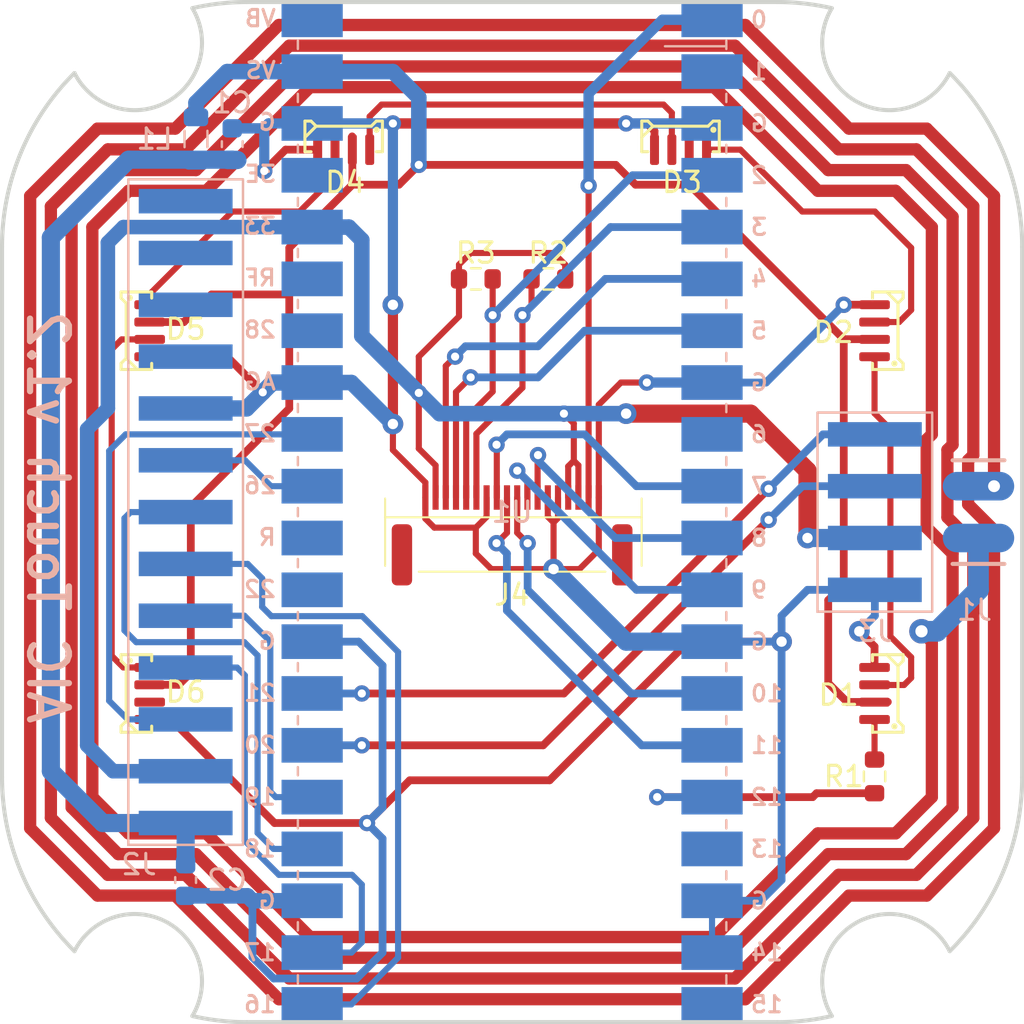
<source format=kicad_pcb>
(kicad_pcb (version 20221018) (generator pcbnew)
  (title_block (title "AIC Pico with PN5180"))
  (layers (0 "F.Cu" signal) (31 "B.Cu" signal) (34 "B.Paste" user) (35 "F.Paste" user) (36 "B.SilkS" user "B.Silkscreen") (37 "F.SilkS" user "F.Silkscreen") (38 "B.Mask" user) (39 "F.Mask" user) (44 "Edge.Cuts" user))
  (net 0 "")
  (net 1 "+5V")
  (net 2 "GND")
  (net 3 "+3V3")
  (net 4 "Net-(D1-In)")
  (net 5 "Net-(D1-Out)")
  (net 6 "Net-(D2-Out)")
  (net 7 "/RGB")
  (net 8 "Net-(D5-Out)")
  (net 10 "/LEDK")
  (net 11 "/D{slash}C")
  (net 12 "/CS")
  (net 13 "/SCK")
  (net 14 "/SDA")
  (net 15 "/RST")
  (net 16 "/TP_SCL")
  (net 17 "/TP_SDA")
  (net 18 "/TP_RST")
  (net 20 "/TP_INT")
  (net 22 "Net-(J3-SDA)")
  (net 23 "Net-(J3-SCL)")
  (net 27 "Net-(J2-5V)")
  (net 28 "/ANT")
  (net 29 "Net-(J2-RST)")
  (net 30 "Net-(J2-NSS)")
  (net 31 "Net-(J2-MOSI)")
  (net 32 "Net-(J2-MISO)")
  (net 33 "Net-(J2-SCK)")
  (net 34 "Net-(J2-BUSY)")
  (net 39 "unconnected-(U1-GPIO6-Pad9)")
  (net 43 "Net-(D3-Out)")
  (net 44 "Net-(D4-Out)")
  (footprint "aic_pico:WS2812B-4020" (layer "F.Cu") (at 127.065 94.985)
    (fp_text reference "D4")
    (fp_text value "WS2812B_Unified")
  )
  (footprint "aic_pico:WS2812B-4020" (layer "F.Cu") (at 116.905 104.51 90)
    (fp_text reference "D5")
    (fp_text value "WS2812B_Unified")
  )
  (footprint "Resistor_SMD:R_0603_1608Metric" (layer "F.Cu") (at 137.098 101.97)
    (fp_text reference "R2")
    (fp_text value "2K")
  )
  (footprint "aic_pico:WS2812B-4020" (layer "F.Cu") (at 143.575 94.985)
    (fp_text reference "D3")
    (fp_text value "WS2812B_Unified")
  )
  (footprint "aic_pico:WS2812B-4020" (layer "F.Cu") (at 153.735 122.29 -90)
    (fp_text reference "D1")
    (fp_text value "WS2812B_Unified")
  )
  (footprint "Resistor_SMD:R_0603_1608Metric" (layer "F.Cu") (at 153.085 126.354 -90)
    (fp_text reference "R1")
    (fp_text value "10" hide)
  )
  (footprint "Resistor_SMD:R_0603_1608Metric" (layer "F.Cu") (at 133.542 101.97 180)
    (fp_text reference "R3")
    (fp_text value "2K")
  )
  (footprint "aic_pico:FPC-0.5-1.0H-18P" (layer "F.Cu") (at 135.32 114.035)
    (fp_text reference "J4")
    (fp_text value "Display" hide)
  )
  (footprint "aic_pico:WS2812B-4020" (layer "F.Cu") (at 116.905 122.29 90)
    (fp_text reference "D6")
    (fp_text value "WS2812B_Unified")
  )
  (footprint "aic_pico:WS2812B-4020" (layer "F.Cu") (at 153.735 104.51 -90)
    (fp_text reference "D2")
    (fp_text value "WS2812B_Unified")
  )
  (footprint "Capacitor_SMD:C_0603_1608Metric" (layer "B.Cu") (at 119.318 131.434 -90)
    (fp_text reference "C2")
    (fp_text value "10uF" hide)
  )
  (footprint "aic_pico:ANT_2P" (layer "B.Cu") (at 158.18 113.4)
    (fp_text reference "J1")
    (fp_text value "Antenna" hide)
  )
  (footprint "aic_pico:RPi_Pico_SMD_No_USB" (layer "B.Cu") (at 135.32 113.4 180)
    (fp_text reference "U1")
    (fp_text value "Pico")
  )
  (footprint "Inductor_SMD:L_0805_2012Metric" (layer "B.Cu") (at 119.826 95.112 -90)
    (fp_text reference "L1")
    (fp_text value "100nH" hide)
  )
  (footprint "aic_pico:pn5180_conn" (layer "B.Cu") (at 119.32 113.4)
    (fp_text reference "J2")
    (fp_text value "PN5180" hide)
  )
  (footprint "aic_pico:pn532_conn" (layer "B.Cu") (at 153.1 113.4)
    (fp_text reference "J3")
    (fp_text value "PN532" hide)
  )
  (footprint "Capacitor_SMD:C_0603_1608Metric" (layer "B.Cu") (at 121.604 95.366 90)
    (fp_text reference "C1")
    (fp_text value "0.1uF" hide)
  )
  (gr_line (start 148.32 138.399999) (end 122.32 138.399999) (stroke (width 0.2)) (layer "Edge.Cuts"))
  (gr_line (start 160.32 126.399999) (end 160.32 100.399999) (stroke (width 0.2)) (layer "Edge.Cuts"))
  (gr_arc (start 119.649044 88.701025) (mid 118.410332 93.29151) (end 113.870189 91.879395) (stroke (width 0.2)) (layer "Edge.Cuts"))
  (gr_arc (start 150.990956 138.098973) (mid 152.229668 133.508486) (end 156.769811 134.920603) (stroke (width 0.2)) (layer "Edge.Cuts"))
  (gr_arc (start 110.32 100.399999) (mid 111.243048 95.784684) (end 113.870189 91.879395) (stroke (width 0.2)) (layer "Edge.Cuts"))
  (gr_arc (start 113.870189 134.920603) (mid 111.243048 131.015314) (end 110.32 126.399999) (stroke (width 0.2)) (layer "Edge.Cuts"))
  (gr_arc (start 122.32 138.399999) (mid 120.976067 138.324505) (end 119.649044 138.098973) (stroke (width 0.2)) (layer "Edge.Cuts"))
  (gr_arc (start 156.769811 91.879395) (mid 159.396952 95.784684) (end 160.32 100.399999) (stroke (width 0.2)) (layer "Edge.Cuts"))
  (gr_arc (start 160.32 126.399999) (mid 159.396952 131.015314) (end 156.769811 134.920603) (stroke (width 0.2)) (layer "Edge.Cuts"))
  (gr_arc (start 156.769811 91.879395) (mid 152.229668 93.291511) (end 150.990956 88.701025) (stroke (width 0.2)) (layer "Edge.Cuts"))
  (gr_arc (start 150.990956 138.098973) (mid 149.663933 138.324505) (end 148.32 138.399999) (stroke (width 0.2)) (layer "Edge.Cuts"))
  (gr_arc (start 113.870189 134.920603) (mid 118.410332 133.508487) (end 119.649044 138.098973) (stroke (width 0.2)) (layer "Edge.Cuts"))
  (gr_line (start 148.32 88.399999) (end 122.32 88.399999) (stroke (width 0.2)) (layer "Edge.Cuts"))
  (gr_line (start 110.32 126.399999) (end 110.32 100.399999) (stroke (width 0.2)) (layer "Edge.Cuts"))
  (gr_arc (start 148.32 88.399999) (mid 149.663933 88.475493) (end 150.990956 88.701025) (stroke (width 0.2)) (layer "Edge.Cuts"))
  (gr_arc (start 119.649044 88.701025) (mid 120.976067 88.475493) (end 122.32 88.399999) (stroke (width 0.2)) (layer "Edge.Cuts"))
  (gr_text "AIC Touch v1.2" (at 111.444 113.654 -90) (layer "B.SilkS") (effects (font (size 1.905 1.778) (thickness 0.3048) bold) (justify bottom mirror)))
  (segment (start 127.48 94.985) (end 127.48 95.784228) (width 0.381) (layer "F.Cu") (net 1))
  (segment (start 150.814 121.782) (end 151.737 122.705) (width 0.381) (layer "F.Cu") (net 1))
  (segment (start 124.398 108.32) (end 119.572 113.146) (width 0.381) (layer "F.Cu") (net 1))
  (segment (start 151.737 122.705) (end 153.735 122.705) (width 0.381) (layer "F.Cu") (net 1))
  (segment (start 127.49 97.354) (end 124.398 100.446) (width 0.381) (layer "F.Cu") (net 1))
  (segment (start 151.576 104.925) (end 153.075 104.925) (width 0.381) (layer "F.Cu") (net 1))
  (segment (start 144.005 97.354) (end 151.576 104.925) (width 0.381) (layer "F.Cu") (net 1))
  (segment (start 144 97.354) (end 141.372 97.354) (width 0.381) (layer "F.Cu") (net 1))
  (segment (start 117.555 104.085) (end 119.235 104.085) (width 0.381) (layer "F.Cu") (net 1))
  (segment (start 127.49 95.635) (end 127.49 97.354) (width 0.381) (layer "F.Cu") (net 1))
  (segment (start 140.4 96.382) (end 130.748 96.382) (width 0.381) (layer "F.Cu") (net 1))
  (segment (start 119.572 113.146) (end 119.572 121.274) (width 0.381) (layer "F.Cu") (net 1))
  (segment (start 129.776 97.354) (end 130.748 96.382) (width 0.381) (layer "F.Cu") (net 1))
  (segment (start 153.075 104.925) (end 153.085 104.935) (width 0.381) (layer "F.Cu") (net 1))
  (segment (start 150.814 117.718) (end 150.814 121.782) (width 0.381) (layer "F.Cu") (net 1))
  (segment (start 151.576 116.956) (end 150.814 117.718) (width 0.381) (layer "F.Cu") (net 1))
  (segment (start 118.981 121.865) (end 117.555 121.865) (width 0.381) (layer "F.Cu") (net 1))
  (segment (start 141.372 97.354) (end 140.4 96.382) (width 0.381) (layer "F.Cu") (net 1))
  (segment (start 119.235 104.085) (end 120.588 102.732) (width 0.381) (layer "F.Cu") (net 1))
  (segment (start 144 95.635) (end 144 97.354) (width 0.381) (layer "F.Cu") (net 1))
  (segment (start 124.398 102.732) (end 124.398 108.32) (width 0.381) (layer "F.Cu") (net 1))
  (segment (start 127.49 97.354) (end 129.776 97.354) (width 0.381) (layer "F.Cu") (net 1))
  (segment (start 151.576 104.925) (end 151.576 116.956) (width 0.381) (layer "F.Cu") (net 1))
  (segment (start 124.398 100.446) (end 124.398 102.732) (width 0.381) (layer "F.Cu") (net 1))
  (segment (start 120.588 102.732) (end 124.398 102.732) (width 0.381) (layer "F.Cu") (net 1))
  (segment (start 119.572 121.274) (end 118.981 121.865) (width 0.381) (layer "F.Cu") (net 1))
  (via (at 130.748 96.382) (size 0.8) (drill 0.4) (layers "F.Cu" "B.Cu") (net 1))
  (segment (start 121.35 91.81) (end 119.826 93.334) (width 0.762) (layer "B.Cu") (net 1))
  (segment (start 119.826 93.334) (end 119.826 94.0495) (width 0.762) (layer "B.Cu") (net 1))
  (segment (start 130.748 96.382) (end 130.748 93.08) (width 0.762) (layer "B.Cu") (net 1))
  (segment (start 125.52 91.81) (end 121.35 91.81) (width 0.762) (layer "B.Cu") (net 1))
  (segment (start 129.478 91.81) (end 125.52 91.81) (width 0.762) (layer "B.Cu") (net 1))
  (segment (start 130.748 93.08) (end 129.478 91.81) (width 0.762) (layer "B.Cu") (net 1))
  (segment (start 131.07 112.685) (end 131.07 113.722) (width 0.3) (layer "F.Cu") (net 2))
  (segment (start 129.478 110.356) (end 129.478 109.082) (width 0.3) (layer "F.Cu") (net 2))
  (segment (start 140.908 94.35) (end 129.478 94.35) (width 0.508) (layer "F.Cu") (net 2))
  (segment (start 137.07 112.685) (end 137.07 113.626) (width 0.3) (layer "F.Cu") (net 2))
  (segment (start 121.35 105.78) (end 123.098 107.528) (width 0.381) (layer "F.Cu") (net 2))
  (segment (start 134.304 116.194) (end 137.352 116.194) (width 0.3) (layer "F.Cu") (net 2))
  (segment (start 117.555 105.785) (end 117.56 105.78) (width 0.381) (layer "F.Cu") (net 2))
  (segment (start 137.57 113.69) (end 137.352 113.908) (width 0.3) (layer "F.Cu") (net 2))
  (segment (start 137.07 113.626) (end 137.352 113.908) (width 0.3) (layer "F.Cu") (net 2))
  (segment (start 117.56 105.78) (end 121.35 105.78) (width 0.381) (layer "F.Cu") (net 2))
  (segment (start 128.208 128.64) (end 123.677 128.64) (width 0.381) (layer "F.Cu") (net 2))
  (segment (start 151.576 103.24) (end 151.581 103.235) (width 0.381) (layer "F.Cu") (net 2))
  (segment (start 143.956 119.75) (end 137.161 126.545) (width 0.381) (layer "F.Cu") (net 2))
  (segment (start 152.338 119.242) (end 153.085 119.989) (width 0.381) (layer "F.Cu") (net 2))
  (segment (start 133.542 115.432) (end 134.304 116.194) (width 0.3) (layer "F.Cu") (net 2))
  (segment (start 131.07 112.685) (end 131.07 111.948) (width 0.3) (layer "F.Cu") (net 2))
  (segment (start 123.1725 96.6805) (end 124.218 95.635) (width 0.381) (layer "F.Cu") (net 2))
  (segment (start 141.924 94.35) (end 142.3 94.726) (width 0.381) (layer "F.Cu") (net 2))
  (segment (start 151.581 103.235) (end 153.085 103.235) (width 0.381) (layer "F.Cu") (net 2))
  (segment (start 139.57 112.685) (end 139.57 108.134) (width 0.3) (layer "F.Cu") (net 2))
  (segment (start 118.602 123.565) (end 117.555 123.565) (width 0.381) (layer "F.Cu") (net 2))
  (segment (start 124.218 95.635) (end 125.79 95.635) (width 0.381) (layer "F.Cu") (net 2))
  (segment (start 130.303 126.545) (end 128.208 128.64) (width 0.381) (layer "F.Cu") (net 2))
  (segment (start 139.57 108.134) (end 140.654 107.05) (width 0.3) (layer "F.Cu") (net 2))
  (segment (start 142.3 94.726) (end 142.3 95.635) (width 0.381) (layer "F.Cu") (net 2))
  (segment (start 139.57 112.685) (end 139.57 115.246) (width 0.3) (layer "F.Cu") (net 2))
  (segment (start 153.085 119.989) (end 153.085 121.015) (width 0.381) (layer "F.Cu") (net 2))
  (segment (start 137.352 113.908) (end 137.352 116.194) (width 0.3) (layer "F.Cu") (net 2))
  (segment (start 129.478 109.082) (end 129.478 103.24) (width 0.5) (layer "F.Cu") (net 2))
  (segment (start 131.07 113.722) (end 131.51 114.162) (width 0.3) (layer "F.Cu") (net 2))
  (segment (start 123.677 128.64) (end 118.602 123.565) (width 0.381) (layer "F.Cu") (net 2))
  (segment (start 137.161 126.545) (end 130.303 126.545) (width 0.381) (layer "F.Cu") (net 2))
  (segment (start 134.07 113.634) (end 134.07 112.685) (width 0.3) (layer "F.Cu") (net 2))
  (segment (start 133.542 114.162) (end 134.07 113.634) (width 0.3) (layer "F.Cu") (net 2))
  (segment (start 148.528 119.75) (end 143.956 119.75) (width 0.381) (layer "F.Cu") (net 2))
  (segment (start 138.622 116.194) (end 137.352 116.194) (width 0.3) (layer "F.Cu") (net 2))
  (segment (start 131.51 114.162) (end 133.542 114.162) (width 0.3) (layer "F.Cu") (net 2))
  (segment (start 137.57 112.685) (end 137.57 113.69) (width 0.3) (layer "F.Cu") (net 2))
  (segment (start 140.908 94.35) (end 141.924 94.35) (width 0.381) (layer "F.Cu") (net 2))
  (segment (start 139.57 115.246) (end 138.622 116.194) (width 0.3) (layer "F.Cu") (net 2))
  (segment (start 133.542 114.162) (end 133.542 115.432) (width 0.3) (layer "F.Cu") (net 2))
  (segment (start 140.654 107.05) (end 141.924 107.05) (width 0.3) (layer "F.Cu") (net 2))
  (segment (start 131.07 111.948) (end 129.478 110.356) (width 0.3) (layer "F.Cu") (net 2))
  (via (at 137.352 116.194) (size 1.016) (drill 0.508) (layers "F.Cu" "B.Cu") (net 2))
  (via (at 129.478 109.082) (size 1.016) (drill 0.508) (layers "F.Cu" "B.Cu") (net 2))
  (via (at 140.908 94.35) (size 0.8) (drill 0.4) (layers "F.Cu" "B.Cu") (net 2))
  (via (at 123.1725 96.6805) (size 0.8) (drill 0.4) (layers "F.Cu" "B.Cu") (net 2))
  (via (at 141.924 107.05) (size 0.8) (drill 0.4) (layers "F.Cu" "B.Cu") (net 2))
  (via (at 128.208 128.64) (size 0.8) (drill 0.4) (layers "F.Cu" "B.Cu") (net 2))
  (via (at 129.478 94.35) (size 0.8) (drill 0.4) (layers "F.Cu" "B.Cu") (net 2))
  (via (at 151.576 103.24) (size 0.8) (drill 0.4) (layers "F.Cu" "B.Cu") (net 2))
  (via (at 123.098 107.528) (size 0.8) (drill 0.4) (layers "F.Cu" "B.Cu") (net 2))
  (via (at 152.338 119.242) (size 1.016) (drill 0.508) (layers "F.Cu" "B.Cu") (net 2))
  (via (at 129.478 103.24) (size 1.016) (drill 0.508) (layers "F.Cu" "B.Cu") (net 2))
  (via (at 148.528 119.75) (size 1.016) (drill 0.508) (layers "F.Cu" "B.Cu") (net 2))
  (segment (start 147.512 132.45) (end 145.12 132.45) (width 0.381) (layer "B.Cu") (net 2))
  (segment (start 128.97 134.99) (end 127.7 136.26) (width 0.381) (layer "B.Cu") (net 2))
  (segment (start 140.908 94.35) (end 145.12 94.35) (width 0.508) (layer "B.Cu") (net 2))
  (segment (start 122.594 132.45) (end 122.353 132.209) (width 0.762) (layer "B.Cu") (net 2))
  (segment (start 123.1725 96.6805) (end 123.1725 94.5595) (width 0.5) (layer "B.Cu") (net 2))
  (segment (start 148.528 119.75) (end 148.528 118.48) (width 0.381) (layer "B.Cu") (net 2))
  (segment (start 147.766 107.05) (end 145.12 107.05) (width 0.381) (layer "B.Cu") (net 2))
  (segment (start 151.576 103.24) (end 147.766 107.05) (width 0.381) (layer "B.Cu") (net 2))
  (segment (start 123.1725 94.5595) (end 123.382 94.35) (width 0.5) (layer "B.Cu") (net 2))
  (segment (start 153.1 118.48) (end 153.1 117.21) (width 0.381) (layer "B.Cu") (net 2))
  (segment (start 148.528 131.434) (end 147.512 132.45) (width 0.381) (layer "B.Cu") (net 2))
  (segment (start 128.97 127.878) (end 128.97 120.9185) (width 0.381) (layer "B.Cu") (net 2))
  (segment (start 145.12 107.05) (end 141.924 107.05) (width 0.5) (layer "B.Cu") (net 2))
  (segment (start 123.382 94.35) (end 123.141 94.591) (width 0.508) (layer "B.Cu") (net 2))
  (segment (start 123.636 136.26) (end 122.594 135.218) (width 0.381) (layer "B.Cu") (net 2))
  (segment (start 145.12 119.75) (end 148.528 119.75) (width 0.381) (layer "B.Cu") (net 2))
  (segment (start 148.528 119.75) (end 148.528 131.434) (width 0.381) (layer "B.Cu") (net 2))
  (segment (start 123.382 94.35) (end 125.52 94.35) (width 0.5) (layer "B.Cu") (net 2))
  (segment (start 125.52 132.45) (end 122.594 132.45) (width 0.762) (layer "B.Cu") (net 2))
  (segment (start 137.352 116.194) (end 140.908 119.75) (width 0.889) (layer "B.Cu") (net 2))
  (segment (start 128.208 128.64) (end 128.97 127.878) (width 0.381) (layer "B.Cu") (net 2))
  (segment (start 129.478 103.24) (end 129.478 94.35) (width 0.5) (layer "B.Cu") (net 2))
  (segment (start 140.908 119.75) (end 145.12 119.75) (width 0.889) (layer "B.Cu") (net 2))
  (segment (start 127.7 136.26) (end 123.636 136.26) (width 0.381) (layer "B.Cu") (net 2))
  (segment (start 129.478 94.35) (end 125.52 94.35) (width 0.508) (layer "B.Cu") (net 2))
  (segment (start 149.798 117.21) (end 153.1 117.21) (width 0.381) (layer "B.Cu") (net 2))
  (segment (start 128.97 120.9185) (end 127.8015 119.75) (width 0.381) (layer "B.Cu") (net 2))
  (segment (start 145.12 134.99) (end 145.12 132.45) (width 0.3) (layer "B.Cu") (net 2))
  (segment (start 123.576 107.05) (end 125.52 107.05) (width 0.8) (layer "B.Cu") (net 2))
  (segment (start 127.446 107.05) (end 125.52 107.05) (width 0.762) (layer "B.Cu") (net 2))
  (segment (start 129.478 109.082) (end 127.446 107.05) (width 0.762) (layer "B.Cu") (net 2))
  (segment (start 128.208 128.64) (end 128.97 129.402) (width 0.381) (layer "B.Cu") (net 2))
  (segment (start 127.8015 119.75) (end 125.52 119.75) (width 0.381) (layer "B.Cu") (net 2))
  (segment (start 123.141 94.591) (end 121.604 94.591) (width 0.508) (layer "B.Cu") (net 2))
  (segment (start 122.306 108.32) (end 123.576 107.05) (width 0.8) (layer "B.Cu") (net 2))
  (segment (start 148.528 118.48) (end 149.798 117.21) (width 0.381) (layer "B.Cu") (net 2))
  (segment (start 128.97 129.402) (end 128.97 134.99) (width 0.381) (layer "B.Cu") (net 2))
  (segment (start 152.338 119.242) (end 153.1 118.48) (width 0.381) (layer "B.Cu") (net 2))
  (segment (start 122.353 132.209) (end 119.318 132.209) (width 0.762) (layer "B.Cu") (net 2))
  (segment (start 119.32 108.32) (end 122.306 108.32) (width 0.8) (layer "B.Cu") (net 2))
  (segment (start 122.594 135.218) (end 122.594 132.45) (width 0.381) (layer "B.Cu") (net 2))
  (segment (start 138.57 111.107) (end 138.3455 110.8825) (width 0.3) (layer "F.Cu") (net 3))
  (segment (start 138.3455 110.8825) (end 138.3455 109.0595) (width 0.3) (layer "F.Cu") (net 3))
  (segment (start 138.3455 109.0595) (end 137.86 108.574) (width 0.3) (layer "F.Cu") (net 3))
  (segment (start 131.57 111.109746) (end 130.748 110.287746) (width 0.3) (layer "F.Cu") (net 3))
  (segment (start 131.57 112.685) (end 131.57 111.109746) (width 0.3) (layer "F.Cu") (net 3))
  (segment (start 130.748 110.287746) (end 130.748 107.558) (width 0.3) (layer "F.Cu") (net 3))
  (segment (start 132.717 103.811) (end 130.748 105.78) (width 0.3) (layer "F.Cu") (net 3))
  (segment (start 133.288 100.7) (end 137.352 100.7) (width 0.3) (layer "F.Cu") (net 3))
  (segment (start 138.07 111.158) (end 138.3455 110.8825) (width 0.3) (layer "F.Cu") (net 3))
  (segment (start 149.798 111.368) (end 149.798 114.67) (width 0.889) (layer "F.Cu") (net 3))
  (segment (start 137.352 100.7) (end 137.923 101.271) (width 0.3) (layer "F.Cu") (net 3))
  (segment (start 130.748 105.78) (end 130.748 107.558) (width 0.3) (layer "F.Cu") (net 3))
  (segment (start 138.57 112.685) (end 138.57 111.107) (width 0.3) (layer "F.Cu") (net 3))
  (segment (start 137.923 101.271) (end 137.923 101.97) (width 0.3) (layer "F.Cu") (net 3))
  (segment (start 140.908 108.574) (end 147.004 108.574) (width 0.889) (layer "F.Cu") (net 3))
  (segment (start 132.717 101.271) (end 133.288 100.7) (width 0.3) (layer "F.Cu") (net 3))
  (segment (start 132.717 101.97) (end 132.717 101.271) (width 0.3) (layer "F.Cu") (net 3))
  (segment (start 132.717 103.811) (end 132.717 101.97) (width 0.3) (layer "F.Cu") (net 3))
  (segment (start 138.07 112.685) (end 138.07 111.158) (width 0.3) (layer "F.Cu") (net 3))
  (segment (start 147.004 108.574) (end 149.798 111.368) (width 0.889) (layer "F.Cu") (net 3))
  (via (at 137.86 108.574) (size 0.8) (drill 0.4) (layers "F.Cu" "B.Cu") (net 3))
  (via (at 140.908 108.574) (size 1.016) (drill 0.508) (layers "F.Cu" "B.Cu") (net 3))
  (via (at 149.798 114.67) (size 1.016) (drill 0.508) (layers "F.Cu" "B.Cu") (net 3))
  (via (at 130.748 107.558) (size 0.8) (drill 0.4) (layers "F.Cu" "B.Cu") (net 3))
  (segment (start 125.52 99.43) (end 116.27 99.43) (width 0.7112) (layer "B.Cu") (net 3))
  (segment (start 130.748 107.558) (end 131.764 108.574) (width 0.762) (layer "B.Cu") (net 3))
  (segment (start 114.492 124.83) (end 115.762 126.1) (width 0.7112) (layer "B.Cu") (net 3))
  (segment (start 127.319 99.43) (end 125.52 99.43) (width 0.762) (layer "B.Cu") (net 3))
  (segment (start 114.492 109.336) (end 114.492 124.83) (width 0.7112) (layer "B.Cu") (net 3))
  (segment (start 131.764 108.574) (end 140.908 108.574) (width 0.762) (layer "B.Cu") (net 3))
  (segment (start 116.27 99.43) (end 115.508 100.192) (width 0.7112) (layer "B.Cu") (net 3))
  (segment (start 115.508 108.32) (end 114.492 109.336) (width 0.7112) (layer "B.Cu") (net 3))
  (segment (start 115.762 126.1) (end 120.08 126.1) (width 0.7112) (layer "B.Cu") (net 3))
  (segment (start 130.748 107.558) (end 127.954 104.764) (width 0.762) (layer "B.Cu") (net 3))
  (segment (start 127.954 100.065) (end 127.319 99.43) (width 0.762) (layer "B.Cu") (net 3))
  (segment (start 127.954 104.764) (end 127.954 100.065) (width 0.762) (layer "B.Cu") (net 3))
  (segment (start 149.798 114.67) (end 153.1 114.67) (width 0.889) (layer "B.Cu") (net 3))
  (segment (start 115.508 100.192) (end 115.508 108.32) (width 0.7112) (layer "B.Cu") (net 3))
  (segment (start 153.085 125.529) (end 153.085 123.565) (width 0.3) (layer "F.Cu") (net 4))
  (segment (start 153.862 119.496) (end 153.862 109.336) (width 0.3) (layer "F.Cu") (net 5))
  (segment (start 154.878 121.528) (end 154.878 120.512) (width 0.3) (layer "F.Cu") (net 5))
  (segment (start 153.862 109.336) (end 153.085 108.559) (width 0.3) (layer "F.Cu") (net 5))
  (segment (start 153.085 108.559) (end 153.085 105.785) (width 0.3) (layer "F.Cu") (net 5))
  (segment (start 154.878 120.512) (end 153.862 119.496) (width 0.3) (layer "F.Cu") (net 5))
  (segment (start 153.735 121.875) (end 154.531 121.875) (width 0.3) (layer "F.Cu") (net 5))
  (segment (start 154.531 121.875) (end 154.878 121.528) (width 0.3) (layer "F.Cu") (net 5))
  (segment (start 154.878 100.446) (end 154.878 103.494) (width 0.3) (layer "F.Cu") (net 6))
  (segment (start 144.85 95.635) (end 146.511 95.635) (width 0.3) (layer "F.Cu") (net 6))
  (segment (start 153.1 98.668) (end 154.878 100.446) (width 0.3) (layer "F.Cu") (net 6))
  (segment (start 154.287 104.085) (end 153.085 104.085) (width 0.3) (layer "F.Cu") (net 6))
  (segment (start 146.511 95.635) (end 149.544 98.668) (width 0.3) (layer "F.Cu") (net 6))
  (segment (start 154.878 103.494) (end 154.287 104.085) (width 0.3) (layer "F.Cu") (net 6))
  (segment (start 149.544 98.668) (end 153.1 98.668) (width 0.3) (layer "F.Cu") (net 6))
  (segment (start 142.432 127.37) (end 150.052 127.37) (width 0.381) (layer "F.Cu") (net 7))
  (segment (start 150.243 127.179) (end 153.085 127.179) (width 0.381) (layer "F.Cu") (net 7))
  (segment (start 150.052 127.37) (end 150.243 127.179) (width 0.381) (layer "F.Cu") (net 7))
  (via (at 142.432 127.37) (size 0.8) (drill 0.4) (layers "F.Cu" "B.Cu") (net 7))
  (segment (start 142.432 127.37) (end 145.12 127.37) (width 0.381) (layer "B.Cu") (net 7))
  (segment (start 115.695 120.445) (end 115.695 105.422) (width 0.3) (layer "F.Cu") (net 8))
  (segment (start 115.695 105.422) (end 116.182 104.935) (width 0.3) (layer "F.Cu") (net 8))
  (segment (start 116.265 121.015) (end 115.695 120.445) (width 0.3) (layer "F.Cu") (net 8))
  (segment (start 117.555 121.015) (end 116.265 121.015) (width 0.3) (layer "F.Cu") (net 8))
  (segment (start 116.182 104.935) (end 117.555 104.935) (width 0.3) (layer "F.Cu") (net 8))
  (segment (start 139.07 97.398) (end 139.07 112.685) (width 0.3) (layer "F.Cu") (net 10))
  (via (at 139.07 97.398) (size 0.8) (drill 0.4) (layers "F.Cu" "B.Cu") (net 10))
  (segment (start 139.07 92.886) (end 142.686 89.27) (width 0.508) (layer "B.Cu") (net 10))
  (segment (start 142.686 89.27) (end 145.12 89.27) (width 0.508) (layer "B.Cu") (net 10))
  (segment (start 139.07 97.398) (end 139.07 92.886) (width 0.508) (layer "B.Cu") (net 10))
  (segment (start 136.57 110.626) (end 136.57 112.685) (width 0.3) (layer "F.Cu") (net 11))
  (segment (start 136.59 110.606) (end 136.57 110.626) (width 0.3) (layer "F.Cu") (net 11))
  (via (at 136.59 110.606) (size 0.8) (drill 0.4) (layers "F.Cu" "B.Cu") (net 11))
  (segment (start 140.38 114.67) (end 145.12 114.67) (width 0.381) (layer "B.Cu") (net 11))
  (segment (start 136.59 110.606) (end 136.59 110.88) (width 0.381) (layer "B.Cu") (net 11))
  (segment (start 136.59 110.88) (end 140.38 114.67) (width 0.381) (layer "B.Cu") (net 11))
  (segment (start 136.07 112.685) (end 136.07 111.864) (width 0.3) (layer "F.Cu") (net 12))
  (segment (start 136.07 111.864) (end 135.574 111.368) (width 0.3) (layer "F.Cu") (net 12))
  (via (at 135.574 111.368) (size 0.8) (drill 0.4) (layers "F.Cu" "B.Cu") (net 12))
  (segment (start 141.416 117.21) (end 145.12 117.21) (width 0.381) (layer "B.Cu") (net 12))
  (segment (start 135.574 111.368) (end 141.416 117.21) (width 0.381) (layer "B.Cu") (net 12))
  (segment (start 136.082 114.924) (end 135.57 114.412) (width 0.3) (layer "F.Cu") (net 13))
  (segment (start 135.57 114.412) (end 135.57 112.685) (width 0.3) (layer "F.Cu") (net 13))
  (via (at 136.082 114.924) (size 0.8) (drill 0.4) (layers "F.Cu" "B.Cu") (net 13))
  (segment (start 136.082 117.21) (end 141.162 122.29) (width 0.381) (layer "B.Cu") (net 13))
  (segment (start 141.162 122.29) (end 145.12 122.29) (width 0.381) (layer "B.Cu") (net 13))
  (segment (start 136.082 114.924) (end 136.082 117.21) (width 0.381) (layer "B.Cu") (net 13))
  (segment (start 135.07 114.412) (end 135.07 112.685) (width 0.3) (layer "F.Cu") (net 14))
  (segment (start 134.558 114.924) (end 135.07 114.412) (width 0.3) (layer "F.Cu") (net 14))
  (via (at 134.558 114.924) (size 0.8) (drill 0.4) (layers "F.Cu" "B.Cu") (net 14))
  (segment (start 135.066 118.226) (end 141.67 124.83) (width 0.381) (layer "B.Cu") (net 14))
  (segment (start 141.67 124.83) (end 145.12 124.83) (width 0.381) (layer "B.Cu") (net 14))
  (segment (start 134.558 114.924) (end 135.066 115.432) (width 0.381) (layer "B.Cu") (net 14))
  (segment (start 135.066 115.432) (end 135.066 118.226) (width 0.381) (layer "B.Cu") (net 14))
  (segment (start 134.57 110.11) (end 134.57 112.685) (width 0.3) (layer "F.Cu") (net 15))
  (segment (start 134.558 110.098) (end 134.57 110.11) (width 0.3) (layer "F.Cu") (net 15))
  (via (at 134.558 110.098) (size 0.8) (drill 0.4) (layers "F.Cu" "B.Cu") (net 15))
  (segment (start 135.066 109.59) (end 138.876 109.59) (width 0.381) (layer "B.Cu") (net 15))
  (segment (start 134.558 110.098) (end 135.066 109.59) (width 0.381) (layer "B.Cu") (net 15))
  (segment (start 138.876 109.59) (end 141.416 112.13) (width 0.381) (layer "B.Cu") (net 15))
  (segment (start 141.416 112.13) (end 145.12 112.13) (width 0.381) (layer "B.Cu") (net 15))
  (segment (start 135.828 103.748) (end 136.273 103.303) (width 0.3) (layer "F.Cu") (net 16))
  (segment (start 135.828 107.304) (end 133.57 109.562) (width 0.3) (layer "F.Cu") (net 16))
  (segment (start 135.828 103.748) (end 135.828 107.304) (width 0.3) (layer "F.Cu") (net 16))
  (segment (start 133.57 109.562) (end 133.57 112.685) (width 0.3) (layer "F.Cu") (net 16))
  (segment (start 136.273 103.303) (end 136.273 101.97) (width 0.3) (layer "F.Cu") (net 16))
  (via (at 135.828 103.748) (size 0.8) (drill 0.4) (layers "F.Cu" "B.Cu") (net 16))
  (segment (start 135.828 103.748) (end 140.146 99.43) (width 0.381) (layer "B.Cu") (net 16))
  (segment (start 140.146 99.43) (end 145.12 99.43) (width 0.381) (layer "B.Cu") (net 16))
  (segment (start 134.367 103.748) (end 134.367 107.495) (width 0.3) (layer "F.Cu") (net 17))
  (segment (start 134.367 107.495) (end 133.07 108.792) (width 0.3) (layer "F.Cu") (net 17))
  (segment (start 133.07 108.792) (end 133.07 112.685) (width 0.3) (layer "F.Cu") (net 17))
  (segment (start 134.367 103.748) (end 134.367 101.97) (width 0.3) (layer "F.Cu") (net 17))
  (via (at 134.367 103.748) (size 0.8) (drill 0.4) (layers "F.Cu" "B.Cu") (net 17))
  (segment (start 141.225 96.89) (end 145.12 96.89) (width 0.381) (layer "B.Cu") (net 17))
  (segment (start 134.367 103.748) (end 141.225 96.89) (width 0.381) (layer "B.Cu") (net 17))
  (segment (start 133.288 106.796) (end 132.57 107.514) (width 0.3) (layer "F.Cu") (net 18))
  (segment (start 132.57 107.514) (end 132.57 112.685) (width 0.3) (layer "F.Cu") (net 18))
  (via (at 133.288 106.796) (size 0.8) (drill 0.4) (layers "F.Cu" "B.Cu") (net 18))
  (segment (start 133.288 106.796) (end 136.59 106.796) (width 0.381) (layer "B.Cu") (net 18))
  (segment (start 136.59 106.796) (end 138.876 104.51) (width 0.381) (layer "B.Cu") (net 18))
  (segment (start 138.876 104.51) (end 145.12 104.51) (width 0.381) (layer "B.Cu") (net 18))
  (segment (start 132.07 106.236) (end 132.07 112.685) (width 0.3) (layer "F.Cu") (net 20))
  (segment (start 132.526 105.78) (end 132.07 106.236) (width 0.3) (layer "F.Cu") (net 20))
  (via (at 132.526 105.78) (size 0.8) (drill 0.4) (layers "F.Cu" "B.Cu") (net 20))
  (segment (start 133.034 105.272) (end 136.59 105.272) (width 0.381) (layer "B.Cu") (net 20))
  (segment (start 132.526 105.78) (end 133.034 105.272) (width 0.381) (layer "B.Cu") (net 20))
  (segment (start 139.892 101.97) (end 145.12 101.97) (width 0.381) (layer "B.Cu") (net 20))
  (segment (start 136.59 105.272) (end 139.892 101.97) (width 0.381) (layer "B.Cu") (net 20))
  (segment (start 136.844 124.83) (end 127.954 124.83) (width 0.381) (layer "F.Cu") (net 22))
  (segment (start 147.893 113.781) (end 136.844 124.83) (width 0.381) (layer "F.Cu") (net 22))
  (via (at 147.893 113.781) (size 0.8) (drill 0.4) (layers "F.Cu" "B.Cu") (net 22))
  (via (at 127.954 124.83) (size 0.8) (drill 0.4) (layers "F.Cu" "B.Cu") (net 22))
  (segment (start 149.544 112.13) (end 153.1 112.13) (width 0.381) (layer "B.Cu") (net 22))
  (segment (start 125.52 124.83) (end 127.954 124.83) (width 0.381) (layer "B.Cu") (net 22))
  (segment (start 147.893 113.781) (end 149.544 112.13) (width 0.381) (layer "B.Cu") (net 22))
  (segment (start 147.893 112.257) (end 137.86 122.29) (width 0.381) (layer "F.Cu") (net 23))
  (segment (start 137.86 122.29) (end 127.954 122.29) (width 0.381) (layer "F.Cu") (net 23))
  (via (at 127.954 122.29) (size 0.8) (drill 0.4) (layers "F.Cu" "B.Cu") (net 23))
  (via (at 147.893 112.257) (size 0.8) (drill 0.4) (layers "F.Cu" "B.Cu") (net 23))
  (segment (start 125.52 122.29) (end 127.954 122.29) (width 0.381) (layer "B.Cu") (net 23))
  (segment (start 150.56 109.59) (end 153.1 109.59) (width 0.381) (layer "B.Cu") (net 23))
  (segment (start 147.893 112.257) (end 150.56 109.59) (width 0.381) (layer "B.Cu") (net 23))
  (segment (start 116.524 96.128) (end 121.591 96.128) (width 0.889) (layer "B.Cu") (net 27))
  (segment (start 115.254 128.64) (end 112.714 126.1) (width 0.889) (layer "B.Cu") (net 27))
  (segment (start 119.32 128.64) (end 115.254 128.64) (width 0.889) (layer "B.Cu") (net 27))
  (segment (start 112.714 126.1) (end 112.714 99.938) (width 0.889) (layer "B.Cu") (net 27))
  (segment (start 121.591 96.128) (end 121.604 96.141) (width 0.889) (layer "B.Cu") (net 27))
  (segment (start 121.604 96.141) (end 121.858 96.141) (width 0.889) (layer "B.Cu") (net 27))
  (segment (start 119.32 130.657) (end 119.318 130.659) (width 0.889) (layer "B.Cu") (net 27))
  (segment (start 119.32 128.64) (end 119.32 130.657) (width 0.889) (layer "B.Cu") (net 27))
  (segment (start 112.714 99.938) (end 116.524 96.128) (width 0.889) (layer "B.Cu") (net 27))
  (segment locked (start 150.306 97.652) (end 154.116 97.652) (width 0.6) (layer "F.Cu") (net 28))
  (segment locked (start 154.116 129.148) (end 150.306 129.148) (width 0.6) (layer "F.Cu") (net 28))
  (segment locked (start 155.894 109.59) (end 155.64 109.844) (width 0.6) (layer "F.Cu") (net 28))
  (segment locked (start 113.73 127.878) (end 113.73 98.922) (width 0.6) (layer "F.Cu") (net 28))
  (segment locked (start 155.64 94.604) (end 158.942 97.906) (width 0.6) (layer "F.Cu") (net 28))
  (segment locked (start 157.926 110.606) (end 157.672 110.86) (width 0.6) (layer "F.Cu") (net 28))
  (segment locked (start 116.016 96.636) (end 119.826 96.636) (width 0.6) (layer "F.Cu") (net 28))
  (segment locked (start 145.226 134.228) (end 125.414 134.228) (width 0.6) (layer "F.Cu") (net 28))
  (segment locked (start 157.672 110.86) (end 157.672 113.019) (width 0.6) (layer "F.Cu") (net 28))
  (segment locked (start 156.656 110.352) (end 156.656 113.654) (width 0.6) (layer "F.Cu") (net 28))
  (segment locked (start 158.942 114.289) (end 158.942 128.894) (width 0.6) (layer "F.Cu") (net 28))
  (segment locked (start 114.746 99.43) (end 116.524 97.652) (width 0.6) (layer "F.Cu") (net 28))
  (segment locked (start 151.83 132.196) (end 146.75 137.276) (width 0.6) (layer "F.Cu") (net 28))
  (segment locked (start 155.894 99.43) (end 155.894 109.59) (width 0.6) (layer "F.Cu") (net 28))
  (segment locked (start 112.714 98.414) (end 115.508 95.62) (width 0.6) (layer "F.Cu") (net 28))
  (segment locked (start 119.318 131.18) (end 115.508 131.18) (width 0.6) (layer "F.Cu") (net 28))
  (segment locked (start 118.81 94.604) (end 123.89 89.524) (width 0.6) (layer "F.Cu") (net 28))
  (segment locked (start 157.926 114.924) (end 157.926 128.386) (width 0.6) (layer "F.Cu") (net 28))
  (segment locked (start 156.91 127.878) (end 154.624 130.164) (width 0.6) (layer "F.Cu") (net 28))
  (segment locked (start 151.83 94.604) (end 155.64 94.604) (width 0.6) (layer "F.Cu") (net 28))
  (segment locked (start 119.318 95.62) (end 124.398 90.54) (width 0.6) (layer "F.Cu") (net 28))
  (segment locked (start 145.226 92.572) (end 150.306 97.652) (width 0.6) (layer "F.Cu") (net 28))
  (segment locked (start 146.242 136.26) (end 124.398 136.26) (width 0.6) (layer "F.Cu") (net 28))
  (segment locked (start 124.906 91.556) (end 145.734 91.556) (width 0.6) (layer "F.Cu") (net 28))
  (segment locked (start 114.746 127.37) (end 114.746 99.43) (width 0.6) (layer "F.Cu") (net 28))
  (segment locked (start 112.714 128.386) (end 112.714 98.414) (width 0.6) (layer "F.Cu") (net 28))
  (segment locked (start 154.624 130.164) (end 150.814 130.164) (width 0.6) (layer "F.Cu") (net 28))
  (segment locked (start 150.814 96.636) (end 154.624 96.636) (width 0.6) (layer "F.Cu") (net 28))
  (segment locked (start 155.64 114.162) (end 156.91 115.432) (width 0.6) (layer "F.Cu") (net 28))
  (segment locked (start 155.64 109.844) (end 155.64 114.162) (width 0.6) (layer "F.Cu") (net 28))
  (segment locked (start 123.89 89.524) (end 146.75 89.524) (width 0.6) (layer "F.Cu") (net 28))
  (segment locked (start 116.524 97.652) (end 120.334 97.652) (width 0.6) (layer "F.Cu") (net 28))
  (segment locked (start 125.414 92.572) (end 145.226 92.572) (width 0.6) (layer "F.Cu") (net 28))
  (segment locked (start 155.132 95.62) (end 157.926 98.414) (width 0.6) (layer "F.Cu") (net 28))
  (segment locked (start 158.942 128.894) (end 155.64 132.196) (width 0.6) (layer "F.Cu") (net 28))
  (segment (start 155.894 119.75) (end 155.894 127.37) (width 0.6) (layer "F.Cu") (net 28))
  (segment locked (start 156.656 113.654) (end 157.926 114.924) (width 0.6) (layer "F.Cu") (net 28))
  (segment locked (start 150.814 130.164) (end 145.734 135.244) (width 0.6) (layer "F.Cu") (net 28))
  (segment locked (start 146.75 89.524) (end 151.83 94.604) (width 0.6) (layer "F.Cu") (net 28))
  (segment locked (start 111.698 128.894) (end 111.698 97.906) (width 0.6) (layer "F.Cu") (net 28))
  (segment locked (start 156.91 115.432) (end 156.91 127.878) (width 0.6) (layer "F.Cu") (net 28))
  (segment locked (start 120.334 97.652) (end 125.414 92.572) (width 0.6) (layer "F.Cu") (net 28))
  (segment locked (start 157.926 98.414) (end 157.926 110.606) (width 0.6) (layer "F.Cu") (net 28))
  (segment locked (start 155.64 132.196) (end 151.83 132.196) (width 0.6) (layer "F.Cu") (net 28))
  (segment locked (start 156.91 110.098) (end 156.656 110.352) (width 0.6) (layer "F.Cu") (net 28))
  (segment locked (start 154.116 97.652) (end 155.894 99.43) (width 0.6) (layer "F.Cu") (net 28))
  (segment locked (start 115 132.196) (end 111.698 128.894) (width 0.6) (layer "F.Cu") (net 28))
  (segment locked (start 120.334 129.148) (end 116.524 129.148) (width 0.6) (layer "F.Cu") (net 28))
  (segment locked (start 119.826 96.636) (end 124.906 91.556) (width 0.6) (layer "F.Cu") (net 28))
  (segment (start 155.386 119.242) (end 155.894 119.75) (width 0.6) (layer "F.Cu") (net 28))
  (segment locked (start 151.322 95.62) (end 155.132 95.62) (width 0.6) (layer "F.Cu") (net 28))
  (segment locked (start 116.524 129.148) (end 114.746 127.37) (width 0.6) (layer "F.Cu") (net 28))
  (segment locked (start 151.322 131.18) (end 146.242 136.26) (width 0.6) (layer "F.Cu") (net 28))
  (segment locked (start 124.398 90.54) (end 146.242 90.54) (width 0.6) (layer "F.Cu") (net 28))
  (segment locked (start 116.016 130.164) (end 113.73 127.878) (width 0.6) (layer "F.Cu") (net 28))
  (segment locked (start 146.242 90.54) (end 151.322 95.62) (width 0.6) (layer "F.Cu") (net 28))
  (segment locked (start 154.624 96.636) (end 156.91 98.922) (width 0.6) (layer "F.Cu") (net 28))
  (segment locked (start 125.414 134.228) (end 120.334 129.148) (width 0.6) (layer "F.Cu") (net 28))
  (segment locked (start 119.826 130.164) (end 116.016 130.164) (width 0.6) (layer "F.Cu") (net 28))
  (segment locked (start 150.306 129.148) (end 145.226 134.228) (width 0.6) (layer "F.Cu") (net 28))
  (segment locked (start 118.81 132.196) (end 115 132.196) (width 0.6) (layer "F.Cu") (net 28))
  (segment locked (start 157.672 113.019) (end 158.942 114.289) (width 0.6) (layer "F.Cu") (net 28))
  (segment locked (start 145.734 91.556) (end 150.814 96.636) (width 0.6) (layer "F.Cu") (net 28))
  (segment locked (start 113.73 98.922) (end 116.016 96.636) (width 0.6) (layer "F.Cu") (net 28))
  (segment locked (start 115 94.604) (end 118.81 94.604) (width 0.6) (layer "F.Cu") (net 28))
  (segment locked (start 115.508 131.18) (end 112.714 128.386) (width 0.6) (layer "F.Cu") (net 28))
  (segment locked (start 158.942 97.906) (end 158.942 112.13) (width 0.6) (layer "F.Cu") (net 28))
  (segment locked (start 124.398 136.26) (end 119.318 131.18) (width 0.6) (layer "F.Cu") (net 28))
  (segment locked (start 156.91 98.922) (end 156.91 110.098) (width 0.6) (layer "F.Cu") (net 28))
  (segment locked (start 155.894 127.37) (end 154.116 129.148) (width 0.6) (layer "F.Cu") (net 28))
  (segment locked (start 157.926 128.386) (end 155.132 131.18) (width 0.6) (layer "F.Cu") (net 28))
  (segment locked (start 146.75 137.276) (end 123.89 137.276) (width 0.6) (layer "F.Cu") (net 28))
  (segment locked (start 145.734 135.244) (end 124.906 135.244) (width 0.6) (layer "F.Cu") (net 28))
  (segment locked (start 111.698 97.906) (end 115 94.604) (width 0.6) (layer "F.Cu") (net 28))
  (segment locked (start 124.906 135.244) (end 119.826 130.164) (width 0.6) (layer "F.Cu") (net 28))
  (segment locked (start 115.508 95.62) (end 119.318 95.62) (width 0.6) (layer "F.Cu") (net 28))
  (segment locked (start 123.89 137.276) (end 118.81 132.196) (width 0.6) (layer "F.Cu") (net 28))
  (segment locked (start 155.132 131.18) (end 151.322 131.18) (width 0.6) (layer "F.Cu") (net 28))
  (via (at 155.386 119.242) (size 1.2) (drill 0.6) (layers "F.Cu" "B.Cu") (net 28))
  (via (at 158.942 112.13) (size 1.143) (drill 0.5842) (layers "F.Cu" "B.Cu") (net 28))
  (segment (start 158.18 117.21) (end 158.18 114.67) (width 1.016) (layer "B.Cu") (net 28))
  (segment (start 155.386 119.242) (end 156.148 119.242) (width 1.016) (layer "B.Cu") (net 28))
  (segment (start 156.148 119.242) (end 158.18 117.21) (width 1.016) (layer "B.Cu") (net 28))
  (segment (start 125.52 109.59) (end 116.38 109.59) (width 0.3) (layer "B.Cu") (net 29))
  (segment (start 116.48 123.56) (end 119.32 123.56) (width 0.3) (layer "B.Cu") (net 29))
  (segment (start 116.38 109.59) (end 115.57 110.4) (width 0.3) (layer "B.Cu") (net 29))
  (segment (start 115.57 110.4) (end 115.57 122.65) (width 0.3) (layer "B.Cu") (net 29))
  (segment (start 115.57 122.65) (end 116.48 123.56) (width 0.3) (layer "B.Cu") (net 29))
  (segment (start 121.84 121.02) (end 122.22 121.4) (width 0.3) (layer "B.Cu") (net 30))
  (segment (start 122.22 121.4) (end 122.22 129.51) (width 0.3) (layer "B.Cu") (net 30))
  (segment (start 123.89 131.18) (end 127.476405 131.18) (width 0.3) (layer "B.Cu") (net 30))
  (segment (start 127.954 134.482) (end 127.446 134.99) (width 0.3) (layer "B.Cu") (net 30))
  (segment (start 119.32 121.02) (end 121.84 121.02) (width 0.3) (layer "B.Cu") (net 30))
  (segment (start 127.476405 131.18) (end 127.954 131.657595) (width 0.3) (layer "B.Cu") (net 30))
  (segment (start 122.22 129.51) (end 123.89 131.18) (width 0.3) (layer "B.Cu") (net 30))
  (segment (start 127.446 134.99) (end 125.52 134.99) (width 0.3) (layer "B.Cu") (net 30))
  (segment (start 127.954 131.657595) (end 127.954 134.482) (width 0.3) (layer "B.Cu") (net 30))
  (segment (start 123.47 119.75) (end 123.47 127.1) (width 0.3) (layer "B.Cu") (net 31))
  (segment (start 123.74 127.37) (end 125.52 127.37) (width 0.3) (layer "B.Cu") (net 31))
  (segment (start 122.2 118.48) (end 123.47 119.75) (width 0.3) (layer "B.Cu") (net 31))
  (segment (start 119.32 118.48) (end 122.2 118.48) (width 0.3) (layer "B.Cu") (net 31))
  (segment (start 123.47 127.1) (end 123.74 127.37) (width 0.3) (layer "B.Cu") (net 31))
  (segment (start 129.732 120.258) (end 127.974 118.5) (width 0.3) (layer "B.Cu") (net 32))
  (segment (start 123.07 116.65) (end 122.36 115.94) (width 0.3) (layer "B.Cu") (net 32))
  (segment (start 122.36 115.94) (end 119.32 115.94) (width 0.3) (layer "B.Cu") (net 32))
  (segment (start 129.732 135.238) (end 129.732 120.258) (width 0.3) (layer "B.Cu") (net 32))
  (segment (start 123.07 118.05) (end 123.07 116.65) (width 0.3) (layer "B.Cu") (net 32))
  (segment (start 125.52 137.53) (end 127.44 137.53) (width 0.3) (layer "B.Cu") (net 32))
  (segment (start 127.974 118.5) (end 123.52 118.5) (width 0.3) (layer "B.Cu") (net 32))
  (segment (start 127.44 137.53) (end 129.732 135.238) (width 0.3) (layer "B.Cu") (net 32))
  (segment (start 123.52 118.5) (end 123.07 118.05) (width 0.3) (layer "B.Cu") (net 32))
  (segment (start 122.845 129.125) (end 122.845 120.425) (width 0.3) (layer "B.Cu") (net 33))
  (segment (start 123.63 129.91) (end 122.845 129.125) (width 0.3) (layer "B.Cu") (net 33))
  (segment (start 116.32 119.2) (end 116.32 113.7) (width 0.3) (layer "B.Cu") (net 33))
  (segment (start 116.32 113.7) (end 116.62 113.4) (width 0.3) (layer "B.Cu") (net 33))
  (segment (start 122.845 120.425) (end 122.195 119.775) (width 0.3) (layer "B.Cu") (net 33))
  (segment (start 122.195 119.775) (end 116.895 119.775) (width 0.3) (layer "B.Cu") (net 33))
  (segment (start 116.895 119.775) (end 116.32 119.2) (width 0.3) (layer "B.Cu") (net 33))
  (segment (start 125.52 129.91) (end 123.63 129.91) (width 0.3) (layer "B.Cu") (net 33))
  (segment (start 116.62 113.4) (end 119.32 113.4) (width 0.3) (layer "B.Cu") (net 33))
  (segment (start 123.5 112.13) (end 125.52 112.13) (width 0.3) (layer "B.Cu") (net 34))
  (segment (start 122.23 110.86) (end 123.5 112.13) (width 0.3) (layer "B.Cu") (net 34))
  (segment (start 119.32 110.86) (end 122.23 110.86) (width 0.3) (layer "B.Cu") (net 34))
  (segment (start 145.111 109.581) (end 145.12 109.59) (width 0.381) (layer "B.Cu") (net 39))
  (segment (start 143.15 93.832) (end 142.743476 93.425476) (width 0.3) (layer "F.Cu") (net 43))
  (segment (start 143.15 95.635) (end 143.15 93.832) (width 0.3) (layer "F.Cu") (net 43))
  (segment (start 128.921771 93.425476) (end 128.34 94.007247) (width 0.3) (layer "F.Cu") (net 43))
  (segment (start 128.34 94.007247) (end 128.34 95.635) (width 0.3) (layer "F.Cu") (net 43))
  (segment (start 142.743476 93.425476) (end 128.921771 93.425476) (width 0.3) (layer "F.Cu") (net 43))
  (segment (start 121.604 98.668) (end 124.906 98.668) (width 0.3) (layer "F.Cu") (net 44))
  (segment (start 126.64 96.934) (end 126.64 95.635) (width 0.3) (layer "F.Cu") (net 44))
  (segment (start 117.555 102.717) (end 121.604 98.668) (width 0.3) (layer "F.Cu") (net 44))
  (segment (start 117.555 103.235) (end 117.555 102.717) (width 0.3) (layer "F.Cu") (net 44))
  (segment (start 124.906 98.668) (end 126.64 96.934) (width 0.3) (layer "F.Cu") (net 44))
)
</source>
